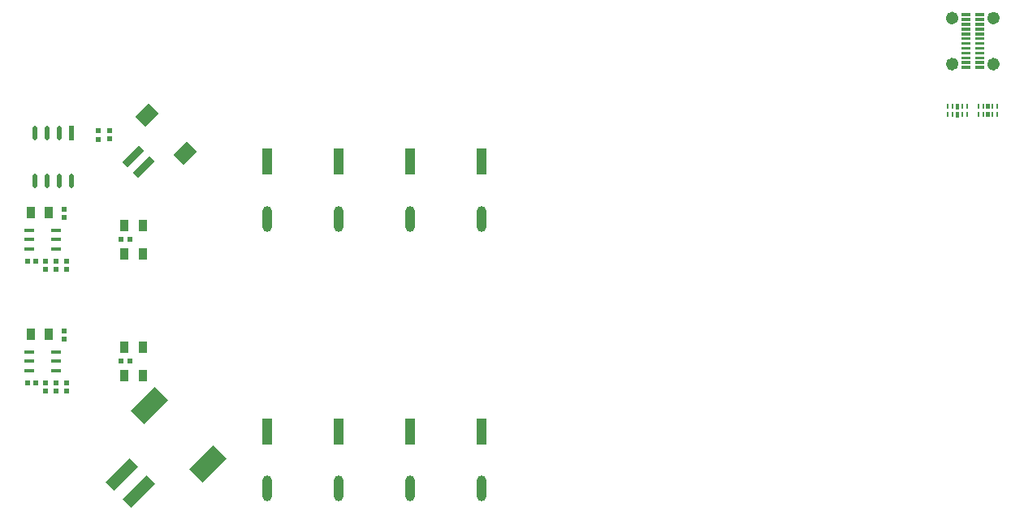
<source format=gbr>
%TF.GenerationSoftware,Altium Limited,Altium Designer,24.0.1 (36)*%
G04 Layer_Color=8421504*
%FSLAX45Y45*%
%MOMM*%
%TF.SameCoordinates,B6A243B4-E260-46CF-AFF0-E69CB888832F*%
%TF.FilePolarity,Positive*%
%TF.FileFunction,Paste,Top*%
%TF.Part,Single*%
G01*
G75*
%TA.AperFunction,SMDPad,CuDef*%
%ADD16R,0.50000X0.50000*%
%ADD18R,0.88900X1.27000*%
%ADD19R,0.50000X0.50000*%
%ADD20R,1.00000X0.45000*%
%ADD22R,0.20000X0.56500*%
%TA.AperFunction,ConnectorPad*%
G04:AMPARAMS|DCode=25|XSize=2mm|YSize=3.5mm|CornerRadius=0mm|HoleSize=0mm|Usage=FLASHONLY|Rotation=315.000|XOffset=0mm|YOffset=0mm|HoleType=Round|Shape=Rectangle|*
%AMROTATEDRECTD25*
4,1,4,-1.94455,-0.53033,0.53033,1.94455,1.94455,0.53033,-0.53033,-1.94455,-1.94455,-0.53033,0.0*
%
%ADD25ROTATEDRECTD25*%

G04:AMPARAMS|DCode=26|XSize=1.2mm|YSize=3.5mm|CornerRadius=0mm|HoleSize=0mm|Usage=FLASHONLY|Rotation=135.000|XOffset=0mm|YOffset=0mm|HoleType=Round|Shape=Rectangle|*
%AMROTATEDRECTD26*
4,1,4,1.66170,0.81317,-0.81317,-1.66170,-1.66170,-0.81317,0.81317,1.66170,1.66170,0.81317,0.0*
%
%ADD26ROTATEDRECTD26*%

%TA.AperFunction,SMDPad,CuDef*%
%ADD30R,1.00000X2.70000*%
%ADD31O,1.00000X2.70000*%
G04:AMPARAMS|DCode=32|XSize=0.8mm|YSize=2.5mm|CornerRadius=0mm|HoleSize=0mm|Usage=FLASHONLY|Rotation=315.000|XOffset=0mm|YOffset=0mm|HoleType=Round|Shape=Rectangle|*
%AMROTATEDRECTD32*
4,1,4,-1.16673,-0.60104,0.60104,1.16673,1.16673,0.60104,-0.60104,-1.16673,-1.16673,-0.60104,0.0*
%
%ADD32ROTATEDRECTD32*%

G04:AMPARAMS|DCode=33|XSize=1.95mm|YSize=1.5mm|CornerRadius=0mm|HoleSize=0mm|Usage=FLASHONLY|Rotation=45.000|XOffset=0mm|YOffset=0mm|HoleType=Round|Shape=Rectangle|*
%AMROTATEDRECTD33*
4,1,4,-0.15910,-1.21976,-1.21976,-0.15910,0.15910,1.21976,1.21976,0.15910,-0.15910,-1.21976,0.0*
%
%ADD33ROTATEDRECTD33*%

%ADD34R,0.50000X1.50000*%
%ADD35O,0.50000X1.50000*%
%TA.AperFunction,NonConductor*%
%ADD119C,0.65001*%
G36*
X9960208Y7931315D02*
X9860209D01*
Y7961315D01*
X9960208D01*
Y7931315D01*
D02*
G37*
G36*
X10104209Y7931313D02*
X10004209D01*
Y7961312D01*
X10104209D01*
Y7931313D01*
D02*
G37*
G36*
X9960208Y7881328D02*
X9860209D01*
Y7911328D01*
X9960208D01*
Y7881328D01*
D02*
G37*
G36*
X10104209Y7881325D02*
X10004209D01*
Y7911325D01*
X10104209D01*
Y7881325D01*
D02*
G37*
G36*
X9960208Y7831315D02*
X9860209D01*
Y7861315D01*
X9960208D01*
Y7831315D01*
D02*
G37*
G36*
X10104209Y7831313D02*
X10004209D01*
Y7861313D01*
X10104209D01*
Y7831313D01*
D02*
G37*
G36*
X9960208Y7781328D02*
X9860209D01*
Y7811328D01*
X9960208D01*
Y7781328D01*
D02*
G37*
G36*
X10104209Y7781326D02*
X10004209D01*
Y7811325D01*
X10104209D01*
Y7781326D01*
D02*
G37*
G36*
X9960208Y7731315D02*
X9860209D01*
Y7761315D01*
X9960208D01*
Y7731315D01*
D02*
G37*
G36*
X10104209Y7731313D02*
X10004209D01*
Y7761313D01*
X10104209D01*
Y7731313D01*
D02*
G37*
G36*
X10156740Y7312030D02*
X10120740D01*
Y7368530D01*
X10156740D01*
Y7312030D01*
D02*
G37*
G36*
X9842440Y7309259D02*
X9806440D01*
Y7365759D01*
X9842440D01*
Y7309259D01*
D02*
G37*
G36*
X10156740Y7228530D02*
X10120740D01*
Y7285030D01*
X10156740D01*
Y7228530D01*
D02*
G37*
G36*
X9842440Y7225759D02*
X9806440D01*
Y7282259D01*
X9842440D01*
Y7225759D01*
D02*
G37*
G36*
X10104209Y8281325D02*
X10004209D01*
Y8311324D01*
X10104209D01*
Y8281325D01*
D02*
G37*
G36*
X9960208Y8281314D02*
X9860209D01*
Y8311314D01*
X9960208D01*
Y8281314D01*
D02*
G37*
G36*
Y8231314D02*
X9860209D01*
Y8261314D01*
X9960208D01*
Y8231314D01*
D02*
G37*
G36*
X10104209Y8231312D02*
X10004209D01*
Y8261312D01*
X10104209D01*
Y8231312D01*
D02*
G37*
G36*
X9960208Y8181327D02*
X9860209D01*
Y8211327D01*
X9960208D01*
Y8181327D01*
D02*
G37*
G36*
X10104209Y8181325D02*
X10004209D01*
Y8211325D01*
X10104209D01*
Y8181325D01*
D02*
G37*
G36*
X9960208Y8131315D02*
X9860209D01*
Y8161315D01*
X9960208D01*
Y8131315D01*
D02*
G37*
G36*
X10104209Y8131312D02*
X10004209D01*
Y8161312D01*
X10104209D01*
Y8131312D01*
D02*
G37*
G36*
X9960208Y8081328D02*
X9860209D01*
Y8111327D01*
X9960208D01*
Y8081328D01*
D02*
G37*
G36*
X10104209Y8081325D02*
X10004209D01*
Y8111325D01*
X10104209D01*
Y8081325D01*
D02*
G37*
G36*
X9960208Y8031328D02*
X9860209D01*
Y8061328D01*
X9960208D01*
Y8031328D01*
D02*
G37*
G36*
X10104209Y8031312D02*
X10004209D01*
Y8061312D01*
X10104209D01*
Y8031312D01*
D02*
G37*
G36*
X9960208Y7981328D02*
X9860209D01*
Y8011328D01*
X9960208D01*
Y7981328D01*
D02*
G37*
G36*
X10104209Y7981325D02*
X10004209D01*
Y8011325D01*
X10104209D01*
Y7981325D01*
D02*
G37*
D16*
X317500Y5727662D02*
D03*
Y5637662D02*
D03*
X424180Y5725160D02*
D03*
Y5640160D02*
D03*
X317500Y4367662D02*
D03*
Y4457662D02*
D03*
X510540Y4909820D02*
D03*
Y4999820D02*
D03*
X424180Y4455160D02*
D03*
Y4370160D02*
D03*
X530860Y4454837D02*
D03*
Y4369837D02*
D03*
X978740Y6998380D02*
D03*
Y7083380D02*
D03*
X866980Y7085882D02*
D03*
Y6995882D02*
D03*
X510540Y6179820D02*
D03*
Y6269820D02*
D03*
X530860Y5724837D02*
D03*
Y5639837D02*
D03*
D18*
X348992Y4958072D02*
D03*
X158992D02*
D03*
X1137088Y4823460D02*
D03*
X1327088D02*
D03*
X1137088Y4533900D02*
D03*
X1327088D02*
D03*
X1137088Y5803900D02*
D03*
X1327088D02*
D03*
Y6093460D02*
D03*
X1137088D02*
D03*
X348992Y6228072D02*
D03*
X158992D02*
D03*
D19*
X213360Y4452620D02*
D03*
X123360D02*
D03*
X1102044Y4678680D02*
D03*
X1192044D02*
D03*
Y5948680D02*
D03*
X1102044D02*
D03*
X213360Y5722620D02*
D03*
X123360D02*
D03*
D20*
X423332Y4583680D02*
D03*
Y4678680D02*
D03*
Y4773680D02*
D03*
X143932D02*
D03*
Y4678680D02*
D03*
Y4583680D02*
D03*
X423332Y5853680D02*
D03*
Y5948680D02*
D03*
Y6043680D02*
D03*
X143932D02*
D03*
Y5948680D02*
D03*
Y5853680D02*
D03*
D22*
X9924440Y7337509D02*
D03*
X9874440D02*
D03*
X9724440D02*
D03*
X9774440D02*
D03*
X9874440Y7254009D02*
D03*
X9924440D02*
D03*
X9724440D02*
D03*
X9774440D02*
D03*
X10088740Y7256780D02*
D03*
X10038740D02*
D03*
X10238740D02*
D03*
X10188740D02*
D03*
X10088740Y7340280D02*
D03*
X10038740D02*
D03*
X10188740D02*
D03*
X10238740D02*
D03*
D25*
X2005389Y3605263D02*
D03*
X1393459Y4217193D02*
D03*
D26*
X1106798Y3495379D02*
D03*
X1283575Y3318602D02*
D03*
D30*
X4114800Y3949980D02*
D03*
X2626360D02*
D03*
X4859020D02*
D03*
X3370580D02*
D03*
X2626360Y6766840D02*
D03*
X3370580D02*
D03*
X4859020D02*
D03*
X4114800D02*
D03*
D31*
Y3349980D02*
D03*
X2626360D02*
D03*
X4859020D02*
D03*
X3370580D02*
D03*
X2626360Y6166840D02*
D03*
X3370580D02*
D03*
X4859020D02*
D03*
X4114800D02*
D03*
D32*
X1336375Y6709089D02*
D03*
X1230309Y6815155D02*
D03*
D33*
X1768983Y6849237D02*
D03*
X1370457Y7247763D02*
D03*
D34*
X586740Y7062280D02*
D03*
D35*
X459740D02*
D03*
X332740D02*
D03*
X205740D02*
D03*
X586740Y6562280D02*
D03*
X459740D02*
D03*
X332740D02*
D03*
X205740D02*
D03*
D119*
X10229710Y7781315D02*
G03*
X10229710Y7781315I-32512J0D01*
G01*
X9799713D02*
G03*
X9799713Y7781315I-32512J0D01*
G01*
Y8261325D02*
G03*
X9799713Y8261325I-32512J0D01*
G01*
X10229710D02*
G03*
X10229710Y8261325I-32512J0D01*
G01*
%TF.MD5,a3215c09d57a4c73297561e23351c621*%
M02*

</source>
